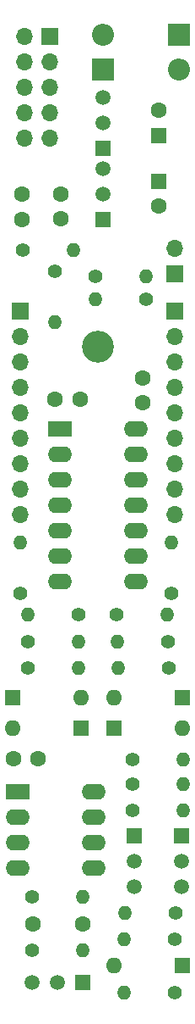
<source format=gbr>
%TF.GenerationSoftware,KiCad,Pcbnew,(5.1.9-0-10_14)*%
%TF.CreationDate,2020-12-31T21:37:28-06:00*%
%TF.ProjectId,JNTUB_board2,4a4e5455-425f-4626-9f61-7264322e6b69,rev?*%
%TF.SameCoordinates,Original*%
%TF.FileFunction,Soldermask,Bot*%
%TF.FilePolarity,Negative*%
%FSLAX46Y46*%
G04 Gerber Fmt 4.6, Leading zero omitted, Abs format (unit mm)*
G04 Created by KiCad (PCBNEW (5.1.9-0-10_14)) date 2020-12-31 21:37:28*
%MOMM*%
%LPD*%
G01*
G04 APERTURE LIST*
%ADD10R,1.700000X1.700000*%
%ADD11O,1.700000X1.700000*%
%ADD12C,1.600000*%
%ADD13C,1.520000*%
%ADD14R,1.520000X1.520000*%
%ADD15R,1.600000X1.600000*%
%ADD16O,1.600000X1.600000*%
%ADD17O,1.400000X1.400000*%
%ADD18C,1.400000*%
%ADD19O,2.200000X2.200000*%
%ADD20R,2.200000X2.200000*%
%ADD21O,2.400000X1.600000*%
%ADD22R,2.400000X1.600000*%
%ADD23C,3.200000*%
G04 APERTURE END LIST*
D10*
%TO.C,JP1*%
X213487000Y-83439000D03*
D11*
X213487000Y-80899000D03*
%TD*%
D12*
%TO.C,C12*%
X204216000Y-148336000D03*
X199216000Y-148336000D03*
%TD*%
D13*
%TO.C,U3*%
X206248000Y-68326000D03*
X206248000Y-65786000D03*
D14*
X206248000Y-70866000D03*
%TD*%
D13*
%TO.C,U4*%
X206248000Y-75438000D03*
X206248000Y-72898000D03*
D14*
X206248000Y-77978000D03*
%TD*%
D15*
%TO.C,D5*%
X214249000Y-152527000D03*
D16*
X207391000Y-152527000D03*
%TD*%
D15*
%TO.C,D4*%
X207391000Y-128778000D03*
D16*
X214249000Y-128778000D03*
%TD*%
%TO.C,D3*%
X207391000Y-125730000D03*
D15*
X214249000Y-125730000D03*
%TD*%
%TO.C,D2*%
X204063600Y-128778000D03*
D16*
X197205600Y-128778000D03*
%TD*%
D15*
%TO.C,D1*%
X197231000Y-125730000D03*
D16*
X204089000Y-125730000D03*
%TD*%
D12*
%TO.C,C4*%
X198120000Y-75478000D03*
X198120000Y-77978000D03*
%TD*%
%TO.C,C10*%
X197271000Y-131826000D03*
X199771000Y-131826000D03*
%TD*%
%TO.C,C9*%
X210210400Y-96276800D03*
X210210400Y-93776800D03*
%TD*%
%TO.C,C8*%
X201462000Y-95910400D03*
X203962000Y-95910400D03*
%TD*%
%TO.C,C6*%
X202057000Y-77912600D03*
X202057000Y-75412600D03*
%TD*%
D17*
%TO.C,R25*%
X210566000Y-83629500D03*
D18*
X205486000Y-83629500D03*
%TD*%
D17*
%TO.C,R24*%
X203327000Y-81026000D03*
D18*
X198247000Y-81026000D03*
%TD*%
%TO.C,R23*%
X201422000Y-83185000D03*
D17*
X201422000Y-88265000D03*
%TD*%
%TO.C,R22*%
X204216000Y-145669000D03*
D18*
X199136000Y-145669000D03*
%TD*%
%TO.C,R21*%
X210566000Y-85979000D03*
D17*
X205486000Y-85979000D03*
%TD*%
D18*
%TO.C,R20*%
X213487000Y-155194000D03*
D17*
X208407000Y-155194000D03*
%TD*%
D18*
%TO.C,R19*%
X199136000Y-151003000D03*
D17*
X204216000Y-151003000D03*
%TD*%
D18*
%TO.C,R18*%
X209245200Y-137033000D03*
D17*
X214325200Y-137033000D03*
%TD*%
D18*
%TO.C,R17*%
X209245200Y-131953000D03*
D17*
X214325200Y-131953000D03*
%TD*%
D18*
%TO.C,R16*%
X209245200Y-134366000D03*
D17*
X214325200Y-134366000D03*
%TD*%
D18*
%TO.C,R14*%
X213487000Y-149860000D03*
D17*
X208407000Y-149860000D03*
%TD*%
D18*
%TO.C,R13*%
X213537800Y-147243800D03*
D17*
X208457800Y-147243800D03*
%TD*%
D18*
%TO.C,R12*%
X213106000Y-115316000D03*
D17*
X213106000Y-110236000D03*
%TD*%
D18*
%TO.C,R11*%
X207645000Y-117475000D03*
D17*
X212725000Y-117475000D03*
%TD*%
D18*
%TO.C,R10*%
X212801200Y-120142000D03*
D17*
X207721200Y-120142000D03*
%TD*%
D18*
%TO.C,R8*%
X212852000Y-122809000D03*
D17*
X207772000Y-122809000D03*
%TD*%
D18*
%TO.C,R6*%
X197993000Y-115316000D03*
D17*
X197993000Y-110236000D03*
%TD*%
D18*
%TO.C,R5*%
X203835000Y-117475000D03*
D17*
X198755000Y-117475000D03*
%TD*%
D18*
%TO.C,R4*%
X198755000Y-120142000D03*
D17*
X203835000Y-120142000D03*
%TD*%
D18*
%TO.C,R2*%
X198755000Y-122809000D03*
D17*
X203835000Y-122809000D03*
%TD*%
D19*
%TO.C,D11*%
X213868000Y-62992000D03*
D20*
X206248000Y-62992000D03*
%TD*%
%TO.C,D10*%
X213868000Y-59563000D03*
D19*
X206248000Y-59563000D03*
%TD*%
D15*
%TO.C,C2*%
X211836000Y-74168000D03*
D12*
X211836000Y-76668000D03*
%TD*%
D15*
%TO.C,C1*%
X211836000Y-69596000D03*
D12*
X211836000Y-67096000D03*
%TD*%
D21*
%TO.C,U2*%
X209550000Y-98933000D03*
X201930000Y-114173000D03*
X209550000Y-101473000D03*
X201930000Y-111633000D03*
X209550000Y-104013000D03*
X201930000Y-109093000D03*
X209550000Y-106553000D03*
X201930000Y-106553000D03*
X209550000Y-109093000D03*
X201930000Y-104013000D03*
X209550000Y-111633000D03*
X201930000Y-101473000D03*
X209550000Y-114173000D03*
D22*
X201930000Y-98933000D03*
%TD*%
%TO.C,U1*%
X197739000Y-135128000D03*
D21*
X205359000Y-142748000D03*
X197739000Y-137668000D03*
X205359000Y-140208000D03*
X197739000Y-140208000D03*
X205359000Y-137668000D03*
X197739000Y-142748000D03*
X205359000Y-135128000D03*
%TD*%
D11*
%TO.C,J9*%
X198374000Y-69850000D03*
X200914000Y-69850000D03*
X198374000Y-67310000D03*
X200914000Y-67310000D03*
X198374000Y-64770000D03*
X200914000Y-64770000D03*
X198374000Y-62230000D03*
X200914000Y-62230000D03*
X198374000Y-59690000D03*
D10*
X200914000Y-59690000D03*
%TD*%
D13*
%TO.C,Q1*%
X214122000Y-142113000D03*
X214122000Y-144653000D03*
D14*
X214122000Y-139573000D03*
%TD*%
D13*
%TO.C,Q2*%
X209359500Y-142113000D03*
X209359500Y-144653000D03*
D14*
X209359500Y-139573000D03*
%TD*%
D13*
%TO.C,Q3*%
X201676000Y-154178000D03*
X199136000Y-154178000D03*
D14*
X204216000Y-154178000D03*
%TD*%
D10*
%TO.C,J10*%
X197993000Y-87122000D03*
D11*
X197993000Y-89662000D03*
X197993000Y-92202000D03*
X197993000Y-94742000D03*
X197993000Y-97282000D03*
X197993000Y-99822000D03*
X197993000Y-102362000D03*
X197993000Y-104902000D03*
X197993000Y-107442000D03*
%TD*%
D10*
%TO.C,J11*%
X213487000Y-87122000D03*
D11*
X213487000Y-89662000D03*
X213487000Y-92202000D03*
X213487000Y-94742000D03*
X213487000Y-97282000D03*
X213487000Y-99822000D03*
X213487000Y-102362000D03*
X213487000Y-104902000D03*
X213487000Y-107442000D03*
%TD*%
D23*
%TO.C,H2*%
X205740000Y-90678000D03*
%TD*%
M02*

</source>
